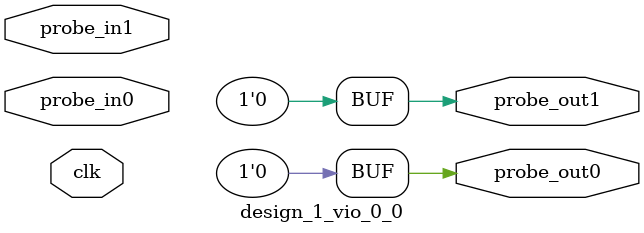
<source format=v>
`timescale 1ns / 1ps
module design_1_vio_0_0 (
clk,
probe_in0,probe_in1,
probe_out0,
probe_out1
);

input clk;
input [31 : 0] probe_in0;
input [0 : 0] probe_in1;

output reg [0 : 0] probe_out0 = 'h0 ;
output reg [0 : 0] probe_out1 = 'h0 ;


endmodule

</source>
